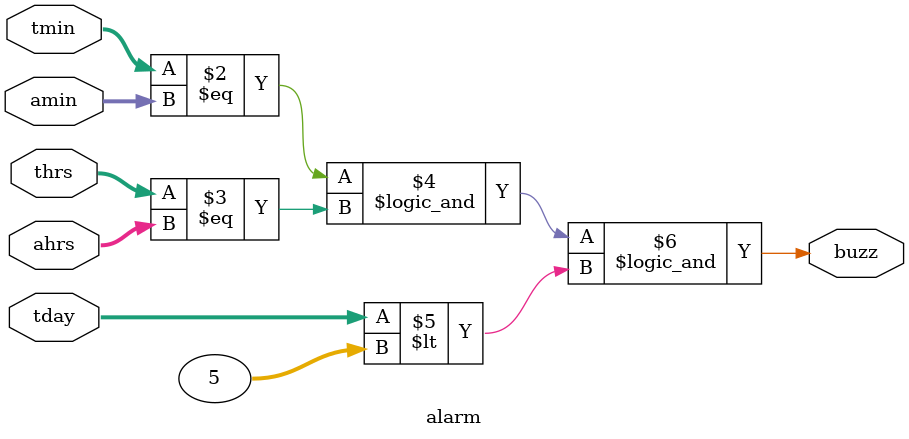
<source format=sv>
module alarm(
  input[6:0]   tmin,
               amin,
			   thrs,
			   ahrs,
		tday,						 
  output logic buzz
);

  always_comb
    buzz = tmin==amin && thrs==ahrs && tday < 5;

endmodule
</source>
